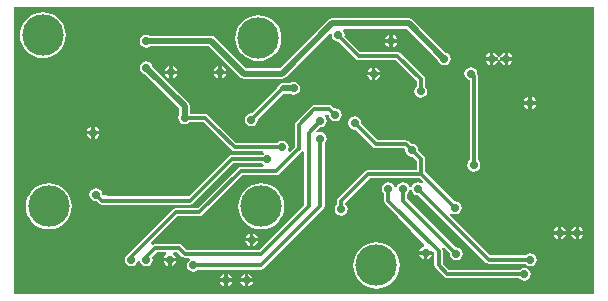
<source format=gbl>
%FSLAX42Y42*%
%MOMM*%
G71*
G01*
G75*
G04 Layer_Physical_Order=2*
G04 Layer_Color=16711680*
%ADD10R,5.00X2.20*%
%ADD11R,1.50X2.00*%
G04:AMPARAMS|DCode=12|XSize=1mm|YSize=0.9mm|CornerRadius=0.11mm|HoleSize=0mm|Usage=FLASHONLY|Rotation=0.000|XOffset=0mm|YOffset=0mm|HoleType=Round|Shape=RoundedRectangle|*
%AMROUNDEDRECTD12*
21,1,1.00,0.68,0,0,0.0*
21,1,0.78,0.90,0,0,0.0*
1,1,0.23,0.39,-0.34*
1,1,0.23,-0.39,-0.34*
1,1,0.23,-0.39,0.34*
1,1,0.23,0.39,0.34*
%
%ADD12ROUNDEDRECTD12*%
%ADD13R,1.30X2.40*%
%ADD14R,2.00X2.50*%
G04:AMPARAMS|DCode=15|XSize=1mm|YSize=0.9mm|CornerRadius=0.11mm|HoleSize=0mm|Usage=FLASHONLY|Rotation=90.000|XOffset=0mm|YOffset=0mm|HoleType=Round|Shape=RoundedRectangle|*
%AMROUNDEDRECTD15*
21,1,1.00,0.68,0,0,90.0*
21,1,0.78,0.90,0,0,90.0*
1,1,0.23,0.34,0.39*
1,1,0.23,0.34,-0.39*
1,1,0.23,-0.34,-0.39*
1,1,0.23,-0.34,0.39*
%
%ADD15ROUNDEDRECTD15*%
%ADD16O,0.64X2.03*%
%ADD17R,0.64X2.03*%
G04:AMPARAMS|DCode=18|XSize=0.6mm|YSize=1mm|CornerRadius=0.08mm|HoleSize=0mm|Usage=FLASHONLY|Rotation=180.000|XOffset=0mm|YOffset=0mm|HoleType=Round|Shape=RoundedRectangle|*
%AMROUNDEDRECTD18*
21,1,0.60,0.85,0,0,180.0*
21,1,0.45,1.00,0,0,180.0*
1,1,0.15,-0.23,0.42*
1,1,0.15,0.23,0.42*
1,1,0.15,0.23,-0.42*
1,1,0.15,-0.23,-0.42*
%
%ADD18ROUNDEDRECTD18*%
%ADD19R,2.00X1.50*%
G04:AMPARAMS|DCode=20|XSize=0.6mm|YSize=1mm|CornerRadius=0.08mm|HoleSize=0mm|Usage=FLASHONLY|Rotation=270.000|XOffset=0mm|YOffset=0mm|HoleType=Round|Shape=RoundedRectangle|*
%AMROUNDEDRECTD20*
21,1,0.60,0.85,0,0,270.0*
21,1,0.45,1.00,0,0,270.0*
1,1,0.15,-0.42,-0.23*
1,1,0.15,-0.42,0.23*
1,1,0.15,0.42,0.23*
1,1,0.15,0.42,-0.23*
%
%ADD20ROUNDEDRECTD20*%
%ADD21O,0.30X1.80*%
%ADD22O,1.80X0.30*%
G04:AMPARAMS|DCode=23|XSize=3.5mm|YSize=1.4mm|CornerRadius=0.17mm|HoleSize=0mm|Usage=FLASHONLY|Rotation=270.000|XOffset=0mm|YOffset=0mm|HoleType=Round|Shape=RoundedRectangle|*
%AMROUNDEDRECTD23*
21,1,3.50,1.05,0,0,270.0*
21,1,3.15,1.40,0,0,270.0*
1,1,0.35,-0.53,-1.57*
1,1,0.35,-0.53,1.57*
1,1,0.35,0.53,1.57*
1,1,0.35,0.53,-1.57*
%
%ADD23ROUNDEDRECTD23*%
G04:AMPARAMS|DCode=24|XSize=0.8mm|YSize=0.8mm|CornerRadius=0.1mm|HoleSize=0mm|Usage=FLASHONLY|Rotation=90.000|XOffset=0mm|YOffset=0mm|HoleType=Round|Shape=RoundedRectangle|*
%AMROUNDEDRECTD24*
21,1,0.80,0.60,0,0,90.0*
21,1,0.60,0.80,0,0,90.0*
1,1,0.20,0.30,0.30*
1,1,0.20,0.30,-0.30*
1,1,0.20,-0.30,-0.30*
1,1,0.20,-0.30,0.30*
%
%ADD24ROUNDEDRECTD24*%
G04:AMPARAMS|DCode=25|XSize=1.3mm|YSize=0.8mm|CornerRadius=0.1mm|HoleSize=0mm|Usage=FLASHONLY|Rotation=180.000|XOffset=0mm|YOffset=0mm|HoleType=Round|Shape=RoundedRectangle|*
%AMROUNDEDRECTD25*
21,1,1.30,0.60,0,0,180.0*
21,1,1.10,0.80,0,0,180.0*
1,1,0.20,-0.55,0.30*
1,1,0.20,0.55,0.30*
1,1,0.20,0.55,-0.30*
1,1,0.20,-0.55,-0.30*
%
%ADD25ROUNDEDRECTD25*%
G04:AMPARAMS|DCode=26|XSize=1.4mm|YSize=1mm|CornerRadius=0.13mm|HoleSize=0mm|Usage=FLASHONLY|Rotation=270.000|XOffset=0mm|YOffset=0mm|HoleType=Round|Shape=RoundedRectangle|*
%AMROUNDEDRECTD26*
21,1,1.40,0.75,0,0,270.0*
21,1,1.15,1.00,0,0,270.0*
1,1,0.25,-0.38,-0.57*
1,1,0.25,-0.38,0.57*
1,1,0.25,0.38,0.57*
1,1,0.25,0.38,-0.57*
%
%ADD26ROUNDEDRECTD26*%
%ADD27R,2.50X2.00*%
G04:AMPARAMS|DCode=28|XSize=3.5mm|YSize=1.4mm|CornerRadius=0.17mm|HoleSize=0mm|Usage=FLASHONLY|Rotation=180.000|XOffset=0mm|YOffset=0mm|HoleType=Round|Shape=RoundedRectangle|*
%AMROUNDEDRECTD28*
21,1,3.50,1.05,0,0,180.0*
21,1,3.15,1.40,0,0,180.0*
1,1,0.35,-1.57,0.53*
1,1,0.35,1.57,0.53*
1,1,0.35,1.57,-0.53*
1,1,0.35,-1.57,-0.53*
%
%ADD28ROUNDEDRECTD28*%
G04:AMPARAMS|DCode=29|XSize=1.4mm|YSize=1mm|CornerRadius=0.13mm|HoleSize=0mm|Usage=FLASHONLY|Rotation=0.000|XOffset=0mm|YOffset=0mm|HoleType=Round|Shape=RoundedRectangle|*
%AMROUNDEDRECTD29*
21,1,1.40,0.75,0,0,0.0*
21,1,1.15,1.00,0,0,0.0*
1,1,0.25,0.57,-0.38*
1,1,0.25,-0.57,-0.38*
1,1,0.25,-0.57,0.38*
1,1,0.25,0.57,0.38*
%
%ADD29ROUNDEDRECTD29*%
%ADD30C,0.30*%
%ADD31C,0.50*%
%ADD32C,0.70*%
%ADD33C,3.50*%
%ADD34C,0.70*%
G36*
X6640Y2935D02*
X1735D01*
Y5365D01*
X6640D01*
Y2935D01*
D02*
G37*
%LPC*%
G36*
X6485Y3502D02*
X6479Y3501D01*
X6461Y3489D01*
X6449Y3471D01*
X6448Y3465D01*
X6485D01*
Y3502D01*
D02*
G37*
G36*
X6515D02*
Y3465D01*
X6552D01*
X6551Y3471D01*
X6539Y3489D01*
X6521Y3501D01*
X6515Y3502D01*
D02*
G37*
G36*
X2025Y3870D02*
X1987Y3866D01*
X1950Y3855D01*
X1917Y3837D01*
X1887Y3813D01*
X1863Y3783D01*
X1845Y3750D01*
X1834Y3713D01*
X1830Y3675D01*
X1834Y3637D01*
X1845Y3600D01*
X1863Y3567D01*
X1887Y3537D01*
X1917Y3513D01*
X1950Y3495D01*
X1987Y3484D01*
X2025Y3480D01*
X2063Y3484D01*
X2100Y3495D01*
X2133Y3513D01*
X2163Y3537D01*
X2187Y3567D01*
X2205Y3600D01*
X2216Y3637D01*
X2220Y3675D01*
X2216Y3713D01*
X2205Y3750D01*
X2187Y3783D01*
X2163Y3813D01*
X2133Y3837D01*
X2100Y3855D01*
X2063Y3866D01*
X2025Y3870D01*
D02*
G37*
G36*
X6365Y3502D02*
Y3465D01*
X6402D01*
X6401Y3471D01*
X6389Y3489D01*
X6371Y3501D01*
X6365Y3502D01*
D02*
G37*
G36*
X6485Y3435D02*
X6448D01*
X6449Y3429D01*
X6461Y3411D01*
X6479Y3399D01*
X6485Y3398D01*
Y3435D01*
D02*
G37*
G36*
X6552D02*
X6515D01*
Y3398D01*
X6521Y3399D01*
X6539Y3411D01*
X6551Y3429D01*
X6552Y3435D01*
D02*
G37*
G36*
X6335Y3502D02*
X6329Y3501D01*
X6311Y3489D01*
X6299Y3471D01*
X6298Y3465D01*
X6335D01*
Y3502D01*
D02*
G37*
G36*
X4615Y4437D02*
X4594Y4432D01*
X4576Y4420D01*
X4564Y4403D01*
X4560Y4381D01*
X4564Y4360D01*
X4576Y4343D01*
X4594Y4331D01*
X4615Y4326D01*
X4620Y4327D01*
X4771Y4176D01*
X4771D01*
X4771Y4176D01*
X4771Y4176D01*
Y4176D01*
X4783Y4169D01*
X4796Y4166D01*
X5032D01*
X5045Y4151D01*
X5045Y4150D01*
X5049Y4129D01*
X5061Y4111D01*
X5079Y4099D01*
X5100Y4095D01*
X5105Y4096D01*
X5142Y4059D01*
Y3987D01*
X4732D01*
X4719Y3984D01*
X4708Y3977D01*
X4475Y3745D01*
X4468Y3733D01*
X4465Y3720D01*
Y3692D01*
X4461Y3689D01*
X4449Y3671D01*
X4445Y3650D01*
X4449Y3629D01*
X4461Y3611D01*
X4479Y3599D01*
X4500Y3595D01*
X4521Y3599D01*
X4539Y3611D01*
X4551Y3629D01*
X4555Y3650D01*
X4551Y3671D01*
X4539Y3689D01*
X4535Y3692D01*
Y3706D01*
X4746Y3918D01*
X5162D01*
X5198Y3882D01*
X5197Y3881D01*
X5197Y3881D01*
X5188Y3870D01*
D01*
X5187Y3868D01*
X5183Y3868D01*
X5171Y3876D01*
X5150Y3880D01*
X5129Y3876D01*
X5111Y3864D01*
X5099Y3846D01*
X5098Y3838D01*
X5078D01*
X5076Y3846D01*
X5064Y3864D01*
X5046Y3876D01*
X5025Y3880D01*
X5004Y3876D01*
X4986Y3864D01*
X4974Y3846D01*
X4972Y3838D01*
X4953D01*
X4951Y3846D01*
X4939Y3864D01*
X4921Y3876D01*
X4900Y3880D01*
X4879Y3876D01*
X4861Y3864D01*
X4849Y3846D01*
X4845Y3825D01*
X4849Y3804D01*
X4861Y3786D01*
X4865Y3783D01*
Y3725D01*
X4866Y3722D01*
X4868Y3712D01*
X4875Y3700D01*
X4875Y3700D01*
X4875Y3700D01*
D01*
X5204Y3351D01*
X5198Y3332D01*
X5194Y3332D01*
X5176Y3320D01*
X5164Y3302D01*
X5163Y3296D01*
X5267D01*
X5270Y3281D01*
X5271Y3305D01*
X5290Y3286D01*
Y3175D01*
X5293Y3162D01*
X5300Y3150D01*
X5300Y3150D01*
X5300Y3150D01*
X5375Y3075D01*
X5375D01*
X5375Y3075D01*
X5375Y3075D01*
Y3075D01*
X5387Y3068D01*
X5400Y3065D01*
X6008D01*
X6011Y3061D01*
X6029Y3049D01*
X6050Y3045D01*
X6071Y3049D01*
X6089Y3061D01*
X6101Y3079D01*
X6105Y3100D01*
X6101Y3121D01*
X6089Y3139D01*
X6071Y3151D01*
X6050Y3155D01*
X6029Y3151D01*
X6011Y3139D01*
X6008Y3135D01*
X5414D01*
X5360Y3189D01*
Y3300D01*
X5359Y3303D01*
X5357Y3313D01*
X5357Y3313D01*
Y3313D01*
X5353Y3319D01*
X5352Y3321D01*
X5367Y3334D01*
X5421Y3280D01*
X5420Y3275D01*
X5424Y3254D01*
X5436Y3236D01*
X5454Y3224D01*
X5475Y3220D01*
X5496Y3224D01*
X5514Y3236D01*
X5526Y3254D01*
X5530Y3275D01*
X5526Y3296D01*
X5514Y3314D01*
X5496Y3326D01*
X5475Y3330D01*
X5470Y3329D01*
X5060Y3739D01*
Y3783D01*
X5064Y3786D01*
X5076Y3804D01*
X5078Y3812D01*
X5098D01*
X5099Y3804D01*
X5111Y3786D01*
X5129Y3774D01*
X5150Y3770D01*
X5155Y3771D01*
X5725Y3200D01*
X5737Y3193D01*
X5750Y3190D01*
X6058D01*
X6061Y3186D01*
X6079Y3174D01*
X6100Y3170D01*
X6121Y3174D01*
X6139Y3186D01*
X6151Y3204D01*
X6155Y3225D01*
X6151Y3246D01*
X6139Y3264D01*
X6121Y3276D01*
X6100Y3280D01*
X6079Y3276D01*
X6061Y3264D01*
X6058Y3260D01*
X5764D01*
X5420Y3604D01*
X5420Y3608D01*
X5428Y3617D01*
D01*
X5431Y3621D01*
X5431D01*
X5431Y3621D01*
X5445Y3612D01*
X5466Y3608D01*
X5487Y3612D01*
X5505Y3624D01*
X5517Y3642D01*
X5521Y3663D01*
X5517Y3684D01*
X5505Y3702D01*
X5487Y3714D01*
X5466Y3718D01*
X5461Y3717D01*
X5211Y3967D01*
Y4073D01*
X5209Y4087D01*
X5201Y4098D01*
X5154Y4145D01*
X5155Y4150D01*
X5151Y4171D01*
X5139Y4189D01*
X5121Y4201D01*
X5100Y4205D01*
X5095Y4204D01*
X5074Y4225D01*
X5062Y4233D01*
X5049Y4235D01*
X4810D01*
X4669Y4376D01*
X4670Y4381D01*
X4666Y4403D01*
X4654Y4420D01*
X4636Y4432D01*
X4615Y4437D01*
D02*
G37*
G36*
X2415Y4352D02*
Y4315D01*
X2452D01*
X2451Y4321D01*
X2439Y4339D01*
X2421Y4351D01*
X2415Y4352D01*
D02*
G37*
G36*
X2850Y4905D02*
X2829Y4901D01*
X2811Y4889D01*
X2799Y4871D01*
X2795Y4850D01*
X2799Y4829D01*
X2811Y4811D01*
X2829Y4799D01*
X2840Y4797D01*
X3130Y4506D01*
Y4455D01*
X3124Y4446D01*
X3120Y4425D01*
X3124Y4404D01*
X3136Y4386D01*
X3154Y4374D01*
X3175Y4370D01*
X3196Y4374D01*
X3214Y4386D01*
X3217Y4390D01*
X3336D01*
X3400Y4325D01*
X3400Y4325D01*
X3400Y4325D01*
X3575Y4150D01*
X3575D01*
Y4150D01*
X3587Y4143D01*
X3587Y4143D01*
X3587Y4143D01*
D01*
X3587Y4143D01*
X3587Y4143D01*
X3600Y4140D01*
X3600D01*
D01*
X3841D01*
X3847Y4121D01*
X3836Y4114D01*
X3833Y4110D01*
X3575D01*
X3562Y4107D01*
X3550Y4100D01*
X3211Y3760D01*
X2557D01*
X2480Y3775D01*
X2476Y3796D01*
X2464Y3814D01*
X2446Y3826D01*
X2425Y3830D01*
X2404Y3826D01*
X2386Y3814D01*
X2374Y3796D01*
X2370Y3775D01*
X2374Y3754D01*
X2386Y3736D01*
X2404Y3724D01*
X2425Y3720D01*
X2430Y3721D01*
X2450Y3700D01*
X2462Y3693D01*
X2475Y3690D01*
X3225D01*
X3238Y3693D01*
X3250Y3700D01*
X3250Y3700D01*
X3250Y3700D01*
X3589Y4040D01*
X3833D01*
X3836Y4036D01*
X3847Y4029D01*
X3841Y4010D01*
X3650D01*
X3637Y4007D01*
X3625Y4000D01*
X3286Y3660D01*
X3100D01*
X3087Y3657D01*
X3075Y3650D01*
X2700Y3275D01*
X2699Y3273D01*
X2686Y3264D01*
X2674Y3246D01*
X2670Y3225D01*
X2674Y3204D01*
X2686Y3186D01*
X2704Y3174D01*
X2725Y3170D01*
X2746Y3174D01*
X2764Y3186D01*
X2776Y3204D01*
X2777Y3212D01*
X2798D01*
X2799Y3204D01*
X2811Y3186D01*
X2829Y3174D01*
X2850Y3170D01*
X2871Y3174D01*
X2889Y3186D01*
X2901Y3204D01*
X2905Y3225D01*
X2901Y3246D01*
X2899Y3250D01*
X2939Y3290D01*
X3016D01*
X3022Y3271D01*
X3011Y3264D01*
X2999Y3246D01*
X2998Y3240D01*
X3102D01*
X3101Y3246D01*
X3089Y3264D01*
X3078Y3271D01*
X3084Y3290D01*
X3111D01*
X3150Y3250D01*
D01*
X3150D01*
X3150Y3250D01*
X3150Y3250D01*
X3150D01*
D01*
X3150D01*
X3150Y3250D01*
Y3250D01*
X3150Y3250D01*
Y3250D01*
X3162Y3243D01*
X3175Y3240D01*
X3216D01*
X3222Y3221D01*
X3211Y3214D01*
X3199Y3196D01*
X3195Y3175D01*
X3199Y3154D01*
X3211Y3136D01*
X3229Y3124D01*
X3250Y3120D01*
X3271Y3124D01*
X3289Y3136D01*
X3292Y3140D01*
X3825D01*
X3838Y3143D01*
X3850Y3150D01*
X4350Y3650D01*
X4350Y3650D01*
X4350Y3650D01*
X4357Y3662D01*
X4360Y3675D01*
Y4208D01*
X4364Y4211D01*
X4376Y4229D01*
X4380Y4250D01*
X4376Y4271D01*
X4364Y4289D01*
X4346Y4301D01*
X4325Y4305D01*
X4304Y4301D01*
X4301Y4299D01*
X4289Y4315D01*
X4320Y4346D01*
X4325Y4345D01*
X4346Y4349D01*
X4364Y4361D01*
X4376Y4379D01*
X4380Y4400D01*
X4376Y4421D01*
X4365Y4437D01*
X4376Y4454D01*
X4395Y4450D01*
X4399Y4429D01*
X4411Y4411D01*
X4429Y4399D01*
X4450Y4395D01*
X4471Y4399D01*
X4489Y4411D01*
X4501Y4429D01*
X4505Y4450D01*
X4501Y4471D01*
X4489Y4489D01*
X4471Y4501D01*
X4450Y4505D01*
X4445Y4504D01*
X4425Y4525D01*
X4413Y4532D01*
X4400Y4535D01*
X4275D01*
X4262Y4532D01*
X4250Y4525D01*
X4116Y4390D01*
X4108Y4379D01*
X4106Y4365D01*
Y4180D01*
X4065Y4139D01*
X4049Y4151D01*
X4051Y4154D01*
X4055Y4175D01*
X4051Y4196D01*
X4039Y4214D01*
X4021Y4226D01*
X4000Y4230D01*
X3979Y4226D01*
X3961Y4214D01*
X3958Y4210D01*
X3614D01*
X3450Y4375D01*
X3450D01*
Y4375D01*
X3375Y4450D01*
X3363Y4457D01*
X3350Y4460D01*
X3220D01*
Y4525D01*
X3220Y4525D01*
X3216Y4542D01*
X3207Y4557D01*
X2903Y4860D01*
X2901Y4871D01*
X2889Y4889D01*
X2871Y4901D01*
X2850Y4905D01*
D02*
G37*
G36*
X6085Y4535D02*
X6048D01*
X6049Y4529D01*
X6061Y4511D01*
X6079Y4499D01*
X6085Y4498D01*
Y4535D01*
D02*
G37*
G36*
X2385Y4352D02*
X2379Y4351D01*
X2361Y4339D01*
X2349Y4321D01*
X2348Y4315D01*
X2385D01*
Y4352D01*
D02*
G37*
G36*
X5600Y4855D02*
X5579Y4851D01*
X5561Y4839D01*
X5549Y4821D01*
X5545Y4800D01*
X5549Y4779D01*
X5561Y4761D01*
X5579Y4749D01*
X5590Y4747D01*
Y4067D01*
X5586Y4064D01*
X5574Y4046D01*
X5570Y4025D01*
X5574Y4004D01*
X5586Y3986D01*
X5604Y3974D01*
X5625Y3970D01*
X5646Y3974D01*
X5664Y3986D01*
X5676Y4004D01*
X5680Y4025D01*
X5676Y4046D01*
X5664Y4064D01*
X5660Y4067D01*
Y4775D01*
X5657Y4788D01*
X5654Y4793D01*
X5655Y4800D01*
X5651Y4821D01*
X5639Y4839D01*
X5621Y4851D01*
X5600Y4855D01*
D02*
G37*
G36*
X2385Y4285D02*
X2348D01*
X2349Y4279D01*
X2361Y4261D01*
X2379Y4249D01*
X2385Y4248D01*
Y4285D01*
D02*
G37*
G36*
X2452D02*
X2415D01*
Y4248D01*
X2421Y4249D01*
X2439Y4261D01*
X2451Y4279D01*
X2452Y4285D01*
D02*
G37*
G36*
X3752Y3035D02*
X3715D01*
Y2998D01*
X3721Y2999D01*
X3739Y3011D01*
X3751Y3029D01*
X3752Y3035D01*
D02*
G37*
G36*
X3510Y3102D02*
X3504Y3101D01*
X3486Y3089D01*
X3474Y3071D01*
X3473Y3065D01*
X3510D01*
Y3102D01*
D02*
G37*
G36*
X3540D02*
Y3065D01*
X3577D01*
X3576Y3071D01*
X3564Y3089D01*
X3546Y3101D01*
X3540Y3102D01*
D02*
G37*
G36*
X3685Y3035D02*
X3648D01*
X3649Y3029D01*
X3661Y3011D01*
X3679Y2999D01*
X3685Y2998D01*
Y3035D01*
D02*
G37*
G36*
X4800Y3370D02*
X4762Y3366D01*
X4725Y3355D01*
X4692Y3337D01*
X4662Y3313D01*
X4638Y3283D01*
X4620Y3250D01*
X4609Y3213D01*
X4605Y3175D01*
X4609Y3137D01*
X4620Y3100D01*
X4638Y3067D01*
X4662Y3037D01*
X4692Y3013D01*
X4725Y2995D01*
X4762Y2984D01*
X4800Y2980D01*
X4838Y2984D01*
X4875Y2995D01*
X4908Y3013D01*
X4938Y3037D01*
X4962Y3067D01*
X4980Y3100D01*
X4991Y3137D01*
X4995Y3175D01*
X4991Y3213D01*
X4980Y3250D01*
X4962Y3283D01*
X4938Y3313D01*
X4908Y3337D01*
X4875Y3355D01*
X4838Y3366D01*
X4800Y3370D01*
D02*
G37*
G36*
X3510Y3035D02*
X3473D01*
X3474Y3029D01*
X3486Y3011D01*
X3504Y2999D01*
X3510Y2998D01*
Y3035D01*
D02*
G37*
G36*
X3577D02*
X3540D01*
Y2998D01*
X3546Y2999D01*
X3564Y3011D01*
X3576Y3029D01*
X3577Y3035D01*
D02*
G37*
G36*
X3685Y3102D02*
X3679Y3101D01*
X3661Y3089D01*
X3649Y3071D01*
X3648Y3065D01*
X3685D01*
Y3102D01*
D02*
G37*
G36*
X5267Y3266D02*
X5230D01*
Y3229D01*
X5236Y3230D01*
X5254Y3242D01*
X5266Y3260D01*
X5267Y3266D01*
D02*
G37*
G36*
X6335Y3435D02*
X6298D01*
X6299Y3429D01*
X6311Y3411D01*
X6329Y3399D01*
X6335Y3398D01*
Y3435D01*
D02*
G37*
G36*
X6402D02*
X6365D01*
Y3398D01*
X6371Y3399D01*
X6389Y3411D01*
X6401Y3429D01*
X6402Y3435D01*
D02*
G37*
G36*
X5200Y3266D02*
X5163D01*
X5164Y3260D01*
X5176Y3242D01*
X5194Y3230D01*
X5200Y3229D01*
Y3266D01*
D02*
G37*
G36*
X3715Y3102D02*
Y3065D01*
X3752D01*
X3751Y3071D01*
X3739Y3089D01*
X3721Y3101D01*
X3715Y3102D01*
D02*
G37*
G36*
X3035Y3210D02*
X2998D01*
X2999Y3204D01*
X3011Y3186D01*
X3029Y3174D01*
X3035Y3173D01*
Y3210D01*
D02*
G37*
G36*
X3102D02*
X3065D01*
Y3173D01*
X3071Y3174D01*
X3089Y3186D01*
X3101Y3204D01*
X3102Y3210D01*
D02*
G37*
G36*
X6152Y4535D02*
X6115D01*
Y4498D01*
X6121Y4499D01*
X6139Y4511D01*
X6151Y4529D01*
X6152Y4535D01*
D02*
G37*
G36*
X3800Y5295D02*
X3762Y5291D01*
X3725Y5280D01*
X3692Y5262D01*
X3662Y5238D01*
X3638Y5208D01*
X3620Y5175D01*
X3609Y5138D01*
X3605Y5100D01*
X3609Y5062D01*
X3620Y5025D01*
X3638Y4992D01*
X3662Y4962D01*
X3692Y4938D01*
X3725Y4920D01*
X3762Y4909D01*
X3800Y4905D01*
X3838Y4909D01*
X3875Y4920D01*
X3908Y4938D01*
X3938Y4962D01*
X3962Y4992D01*
X3980Y5025D01*
X3991Y5062D01*
X3995Y5100D01*
X3991Y5138D01*
X3980Y5175D01*
X3962Y5208D01*
X3938Y5238D01*
X3908Y5262D01*
X3875Y5280D01*
X3838Y5291D01*
X3800Y5295D01*
D02*
G37*
G36*
X5952Y4910D02*
X5915D01*
Y4873D01*
X5921Y4874D01*
X5939Y4886D01*
X5951Y4904D01*
X5952Y4910D01*
D02*
G37*
G36*
X1975Y5320D02*
X1937Y5316D01*
X1900Y5305D01*
X1867Y5287D01*
X1837Y5263D01*
X1813Y5233D01*
X1795Y5200D01*
X1784Y5163D01*
X1780Y5125D01*
X1784Y5087D01*
X1795Y5050D01*
X1813Y5017D01*
X1837Y4987D01*
X1867Y4963D01*
X1900Y4945D01*
X1937Y4934D01*
X1975Y4930D01*
X2013Y4934D01*
X2050Y4945D01*
X2083Y4963D01*
X2113Y4987D01*
X2137Y5017D01*
X2155Y5050D01*
X2166Y5087D01*
X2170Y5125D01*
X2166Y5163D01*
X2155Y5200D01*
X2137Y5233D01*
X2113Y5263D01*
X2083Y5287D01*
X2050Y5305D01*
X2013Y5316D01*
X1975Y5320D01*
D02*
G37*
G36*
X5847Y4938D02*
X5828D01*
X5830Y4925D01*
X5828Y4912D01*
X5847D01*
X5845Y4925D01*
X5847Y4938D01*
D02*
G37*
G36*
X5760Y4910D02*
X5723D01*
X5724Y4904D01*
X5736Y4886D01*
X5754Y4874D01*
X5760Y4873D01*
Y4910D01*
D02*
G37*
G36*
X3490Y4862D02*
Y4825D01*
X3527D01*
X3526Y4831D01*
X3514Y4849D01*
X3496Y4861D01*
X3490Y4862D01*
D02*
G37*
G36*
X5885Y4910D02*
X5848D01*
X5849Y4904D01*
X5861Y4886D01*
X5879Y4874D01*
X5885Y4873D01*
Y4910D01*
D02*
G37*
G36*
X5827D02*
X5790D01*
Y4873D01*
X5796Y4874D01*
X5814Y4886D01*
X5826Y4904D01*
X5827Y4910D01*
D02*
G37*
G36*
X5760Y4977D02*
X5754Y4976D01*
X5736Y4964D01*
X5724Y4946D01*
X5723Y4940D01*
X5760D01*
Y4977D01*
D02*
G37*
G36*
X4910Y5127D02*
X4904Y5126D01*
X4886Y5114D01*
X4874Y5096D01*
X4873Y5090D01*
X4910D01*
Y5127D01*
D02*
G37*
G36*
X4977Y5060D02*
X4940D01*
Y5023D01*
X4946Y5024D01*
X4964Y5036D01*
X4976Y5054D01*
X4977Y5060D01*
D02*
G37*
G36*
X5075Y5270D02*
X5075Y5270D01*
X4425D01*
X4425Y5270D01*
X4408Y5266D01*
X4393Y5257D01*
X4393Y5257D01*
X3981Y4845D01*
X3694D01*
X3432Y5107D01*
X3417Y5116D01*
X3400Y5120D01*
X3400Y5120D01*
X2880D01*
X2871Y5126D01*
X2850Y5130D01*
X2829Y5126D01*
X2811Y5114D01*
X2799Y5096D01*
X2795Y5075D01*
X2799Y5054D01*
X2811Y5036D01*
X2829Y5024D01*
X2850Y5020D01*
X2871Y5024D01*
X2880Y5030D01*
X3381D01*
X3643Y4768D01*
X3643Y4768D01*
X3652Y4762D01*
X3658Y4759D01*
X3675Y4755D01*
X4000D01*
X4000Y4755D01*
X4017Y4759D01*
X4032Y4768D01*
X4403Y5140D01*
X4421Y5131D01*
X4420Y5125D01*
X4424Y5104D01*
X4436Y5086D01*
X4454Y5074D01*
X4475Y5070D01*
X4480Y5071D01*
X4625Y4925D01*
D01*
X4625D01*
X4625Y4925D01*
X4625Y4925D01*
X4625D01*
D01*
X4625D01*
X4625Y4925D01*
Y4925D01*
X4625Y4925D01*
Y4925D01*
X4637Y4918D01*
X4650Y4915D01*
X4961D01*
X5140Y4736D01*
Y4692D01*
X5136Y4689D01*
X5124Y4671D01*
X5120Y4650D01*
X5124Y4629D01*
X5136Y4611D01*
X5154Y4599D01*
X5175Y4595D01*
X5196Y4599D01*
X5214Y4611D01*
X5226Y4629D01*
X5230Y4650D01*
X5226Y4671D01*
X5214Y4689D01*
X5210Y4692D01*
Y4750D01*
X5207Y4763D01*
X5200Y4775D01*
X5000Y4975D01*
X4988Y4982D01*
X4975Y4985D01*
X4664D01*
X4529Y5120D01*
X4530Y5125D01*
X4526Y5146D01*
X4515Y5162D01*
X4523Y5177D01*
X4525Y5180D01*
X5056D01*
X5322Y4915D01*
X5324Y4904D01*
X5336Y4886D01*
X5354Y4874D01*
X5375Y4870D01*
X5396Y4874D01*
X5414Y4886D01*
X5426Y4904D01*
X5430Y4925D01*
X5426Y4946D01*
X5414Y4964D01*
X5396Y4976D01*
X5385Y4978D01*
X5107Y5257D01*
X5092Y5266D01*
X5075Y5270D01*
D02*
G37*
G36*
X4940Y5127D02*
Y5090D01*
X4977D01*
X4976Y5096D01*
X4964Y5114D01*
X4946Y5126D01*
X4940Y5127D01*
D02*
G37*
G36*
X5885Y4977D02*
X5879Y4976D01*
X5861Y4964D01*
X5849Y4946D01*
X5848Y4940D01*
X5885D01*
Y4977D01*
D02*
G37*
G36*
X5790D02*
Y4940D01*
X5827D01*
X5826Y4946D01*
X5814Y4964D01*
X5796Y4976D01*
X5790Y4977D01*
D02*
G37*
G36*
X4910Y5060D02*
X4873D01*
X4874Y5054D01*
X4886Y5036D01*
X4904Y5024D01*
X4910Y5023D01*
Y5060D01*
D02*
G37*
G36*
X5915Y4977D02*
Y4940D01*
X5952D01*
X5951Y4946D01*
X5939Y4964D01*
X5921Y4976D01*
X5915Y4977D01*
D02*
G37*
G36*
X3460Y4862D02*
X3454Y4861D01*
X3436Y4849D01*
X3424Y4831D01*
X3423Y4825D01*
X3460D01*
Y4862D01*
D02*
G37*
G36*
X4827Y4785D02*
X4790D01*
Y4748D01*
X4796Y4749D01*
X4814Y4761D01*
X4826Y4779D01*
X4827Y4785D01*
D02*
G37*
G36*
X3527Y4795D02*
X3490D01*
Y4758D01*
X3496Y4759D01*
X3514Y4771D01*
X3526Y4789D01*
X3527Y4795D01*
D02*
G37*
G36*
X4760Y4852D02*
X4754Y4851D01*
X4736Y4839D01*
X4724Y4821D01*
X4723Y4815D01*
X4760D01*
Y4852D01*
D02*
G37*
G36*
X3045Y4795D02*
X3008D01*
X3009Y4789D01*
X3021Y4771D01*
X3039Y4759D01*
X3045Y4758D01*
Y4795D01*
D02*
G37*
G36*
X3112D02*
X3075D01*
Y4758D01*
X3081Y4759D01*
X3099Y4771D01*
X3111Y4789D01*
X3112Y4795D01*
D02*
G37*
G36*
X3460D02*
X3423D01*
X3424Y4789D01*
X3436Y4771D01*
X3454Y4759D01*
X3460Y4758D01*
Y4795D01*
D02*
G37*
G36*
X4790Y4852D02*
Y4815D01*
X4827D01*
X4826Y4821D01*
X4814Y4839D01*
X4796Y4851D01*
X4790Y4852D01*
D02*
G37*
G36*
X3075Y4862D02*
Y4825D01*
X3112D01*
X3111Y4831D01*
X3099Y4849D01*
X3081Y4861D01*
X3075Y4862D01*
D02*
G37*
G36*
X6115Y4602D02*
Y4565D01*
X6152D01*
X6151Y4571D01*
X6139Y4589D01*
X6121Y4601D01*
X6115Y4602D01*
D02*
G37*
G36*
X6085D02*
X6079Y4601D01*
X6061Y4589D01*
X6049Y4571D01*
X6048Y4565D01*
X6085D01*
Y4602D01*
D02*
G37*
G36*
X4760Y4785D02*
X4723D01*
X4724Y4779D01*
X4736Y4761D01*
X4754Y4749D01*
X4760Y4748D01*
Y4785D01*
D02*
G37*
G36*
X3045Y4862D02*
X3039Y4861D01*
X3021Y4849D01*
X3009Y4831D01*
X3008Y4825D01*
X3045D01*
Y4862D01*
D02*
G37*
G36*
X4100Y4730D02*
X4079Y4726D01*
X4070Y4720D01*
X4005D01*
X3988Y4716D01*
X3973Y4707D01*
X3964Y4692D01*
X3961Y4680D01*
X3745Y4464D01*
X3740Y4465D01*
X3719Y4461D01*
X3701Y4449D01*
X3689Y4431D01*
X3685Y4410D01*
X3689Y4389D01*
X3701Y4371D01*
X3719Y4359D01*
X3740Y4355D01*
X3761Y4359D01*
X3779Y4371D01*
X3791Y4389D01*
X3795Y4410D01*
X3794Y4415D01*
X4009Y4630D01*
X4070D01*
X4079Y4624D01*
X4100Y4620D01*
X4121Y4624D01*
X4139Y4636D01*
X4151Y4654D01*
X4155Y4675D01*
X4151Y4696D01*
X4139Y4714D01*
X4121Y4726D01*
X4100Y4730D01*
D02*
G37*
%LPD*%
G36*
X4190Y4139D02*
Y3689D01*
X3811Y3310D01*
X3189D01*
X3150Y3350D01*
X3138Y3357D01*
X3125Y3360D01*
X2925D01*
X2912Y3357D01*
X2904Y3352D01*
X2891Y3367D01*
X3114Y3590D01*
X3300D01*
X3313Y3593D01*
X3325Y3600D01*
X3325Y3600D01*
X3325Y3600D01*
X3664Y3940D01*
X3950D01*
X3963Y3943D01*
X3975Y3950D01*
X3975Y3950D01*
X3975Y3950D01*
X4151Y4127D01*
X4154Y4128D01*
X4165Y4135D01*
X4171Y4145D01*
X4190Y4139D01*
D02*
G37*
%LPC*%
G36*
X3757Y3445D02*
Y3408D01*
X3794D01*
X3793Y3414D01*
X3781Y3432D01*
X3763Y3444D01*
X3757Y3445D01*
D02*
G37*
G36*
X3727D02*
X3721Y3444D01*
X3703Y3432D01*
X3691Y3414D01*
X3690Y3408D01*
X3727D01*
Y3445D01*
D02*
G37*
G36*
X3794Y3378D02*
X3757D01*
Y3341D01*
X3763Y3342D01*
X3781Y3354D01*
X3793Y3372D01*
X3794Y3378D01*
D02*
G37*
G36*
X3825Y3870D02*
X3787Y3866D01*
X3750Y3855D01*
X3717Y3837D01*
X3687Y3813D01*
X3663Y3783D01*
X3645Y3750D01*
X3634Y3713D01*
X3630Y3675D01*
X3634Y3637D01*
X3645Y3600D01*
X3663Y3567D01*
X3687Y3537D01*
X3717Y3513D01*
X3750Y3495D01*
X3787Y3484D01*
X3825Y3480D01*
X3863Y3484D01*
X3900Y3495D01*
X3933Y3513D01*
X3963Y3537D01*
X3987Y3567D01*
X4005Y3600D01*
X4016Y3637D01*
X4020Y3675D01*
X4016Y3713D01*
X4005Y3750D01*
X3987Y3783D01*
X3963Y3813D01*
X3933Y3837D01*
X3900Y3855D01*
X3863Y3866D01*
X3825Y3870D01*
D02*
G37*
G36*
X3727Y3378D02*
X3690D01*
X3691Y3372D01*
X3703Y3354D01*
X3721Y3342D01*
X3727Y3341D01*
Y3378D01*
D02*
G37*
%LPD*%
D30*
X3740Y4410D02*
X4005Y4675D01*
X5175Y4650D02*
Y4750D01*
X4975Y4950D02*
X5175Y4750D01*
X4650Y4950D02*
X4975D01*
X4475Y5125D02*
X4650Y4950D01*
X5049Y4201D02*
X5100Y4150D01*
X5177Y4073D01*
X4796Y4201D02*
X5049D01*
X5177Y3952D02*
Y4073D01*
X3175Y4425D02*
X3350D01*
X3425Y4350D01*
X4500Y3650D02*
Y3720D01*
X2850Y3225D02*
Y3250D01*
X2925Y3325D01*
X2725Y3225D02*
Y3250D01*
X3100Y3625D01*
X4325Y3675D02*
Y4250D01*
X3825Y3175D02*
X4325Y3675D01*
X3250Y3175D02*
X3825D01*
X4140Y4365D02*
X4275Y4500D01*
X4140Y4160D02*
Y4365D01*
X3600Y4175D02*
X4000D01*
X3950Y3975D02*
X4138Y4162D01*
X4140Y4160D01*
X3100Y3625D02*
X3300D01*
X2925Y3325D02*
X3125D01*
X3175Y3275D01*
X3825D01*
X4225Y3675D01*
Y4300D01*
X4325Y4400D01*
X4275Y4500D02*
X4400D01*
X2475Y3725D02*
X3225D01*
X3300Y3625D02*
X3650Y3975D01*
X3950D01*
X4400Y4500D02*
X4450Y4450D01*
X3575Y4075D02*
X3875D01*
X3225Y3725D02*
X3575Y4075D01*
X2425Y3775D02*
X2475Y3725D01*
X4900Y3725D02*
Y3825D01*
Y3725D02*
X5325Y3300D01*
Y3175D02*
Y3300D01*
Y3175D02*
X5400Y3100D01*
X6050D01*
X5025Y3725D02*
Y3825D01*
Y3725D02*
X5475Y3275D01*
X4732Y3952D02*
X5177D01*
X4500Y3720D02*
X4732Y3952D01*
X5177D02*
X5466Y3663D01*
X4615Y4381D02*
X4796Y4201D01*
X4900Y3825D02*
X4907Y3818D01*
X3425Y4350D02*
X3600Y4175D01*
X5600Y4800D02*
X5625Y4775D01*
Y4025D02*
Y4775D01*
X5750Y3225D02*
X6100D01*
X5150Y3825D02*
X5750Y3225D01*
D31*
X4005Y4675D02*
X4100D01*
X3675Y4800D02*
X4000D01*
X3400Y5075D02*
X3675Y4800D01*
X4000D02*
X4425Y5225D01*
X5075D01*
X5375Y4925D01*
X3175Y4425D02*
Y4525D01*
X2850Y4850D02*
X3175Y4525D01*
X2850Y5075D02*
X3400D01*
D33*
X3825Y3675D02*
D03*
X2025D02*
D03*
X4800Y3175D02*
D03*
X3800Y5100D02*
D03*
X1975Y5125D02*
D03*
D34*
X3060Y4810D02*
D03*
X3740Y4410D02*
D03*
X5175Y4650D02*
D03*
X4475Y5125D02*
D03*
X4925Y5075D02*
D03*
X5100Y4150D02*
D03*
X3175Y4425D02*
D03*
X4500Y3650D02*
D03*
X5375Y4925D02*
D03*
X2850Y3225D02*
D03*
X2725D02*
D03*
X3742Y3393D02*
D03*
X3875Y4075D02*
D03*
X3250Y3175D02*
D03*
X4450Y4450D02*
D03*
X4325Y4400D02*
D03*
Y4250D02*
D03*
X5215Y3281D02*
D03*
X5025Y3825D02*
D03*
X5475Y3275D02*
D03*
X3475Y4810D02*
D03*
X3525Y3050D02*
D03*
X3700D02*
D03*
X4615Y4381D02*
D03*
X5466Y3663D02*
D03*
X4100Y4675D02*
D03*
X2850Y4850D02*
D03*
X4000Y4175D02*
D03*
X3050Y3225D02*
D03*
X2400Y4300D02*
D03*
X6050Y3100D02*
D03*
X4900Y3825D02*
D03*
X5150D02*
D03*
X6100Y4550D02*
D03*
X6500Y3450D02*
D03*
X6350D02*
D03*
X4775Y4800D02*
D03*
X5775Y4925D02*
D03*
X5900D02*
D03*
X5600Y4800D02*
D03*
X5625Y4025D02*
D03*
X2850Y5075D02*
D03*
X6100Y3225D02*
D03*
X2425Y3775D02*
D03*
M02*

</source>
